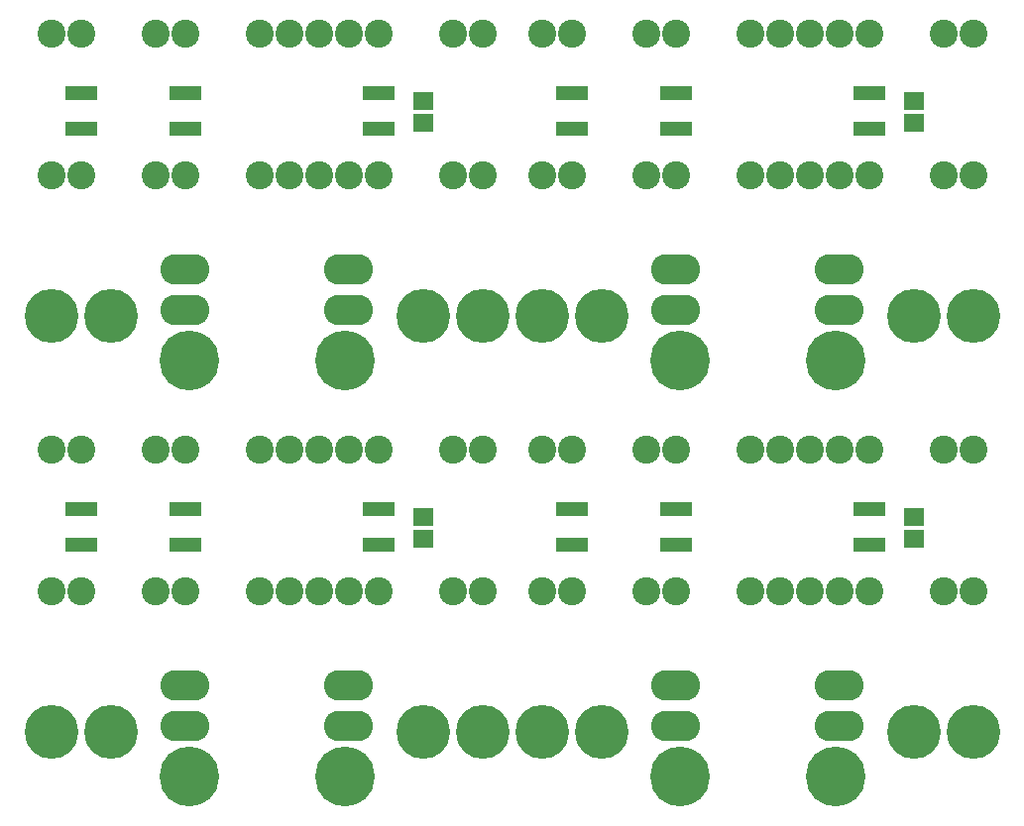
<source format=gbr>
%FSLAX34Y34*%
%MOMM*%
%LNSOLDERMASK_TOP*%
G71*
G01*
%ADD10C, 2.40*%
%ADD11R, 2.70X1.20*%
%ADD12C, 5.10*%
%ADD13C, 2.60*%
%ADD14C, 4.60*%
%ADD15R, 1.80X1.50*%
%LPD*%
X209550Y946150D02*
G54D10*
D03*
X234950Y946150D02*
G54D10*
D03*
X260350Y946150D02*
G54D10*
D03*
X285750Y946150D02*
G54D10*
D03*
X311150Y946150D02*
G54D10*
D03*
X31750Y946150D02*
G54D10*
D03*
X57150Y946150D02*
G54D10*
D03*
X120650Y946150D02*
G54D10*
D03*
X146050Y946150D02*
G54D10*
D03*
X374650Y946150D02*
G54D10*
D03*
X400050Y946150D02*
G54D10*
D03*
X209550Y825500D02*
G54D10*
D03*
X234950Y825500D02*
G54D10*
D03*
X260350Y825500D02*
G54D10*
D03*
X285750Y825500D02*
G54D10*
D03*
X311150Y825500D02*
G54D10*
D03*
X31750Y825500D02*
G54D10*
D03*
X57150Y825500D02*
G54D10*
D03*
X120650Y825500D02*
G54D10*
D03*
X146050Y825500D02*
G54D10*
D03*
X374650Y825500D02*
G54D10*
D03*
X400050Y825500D02*
G54D10*
D03*
X146050Y895350D02*
G54D11*
D03*
X146050Y864791D02*
G54D11*
D03*
X57150Y895350D02*
G54D11*
D03*
X57150Y864791D02*
G54D11*
D03*
X311150Y895350D02*
G54D11*
D03*
X311150Y864791D02*
G54D11*
D03*
X149225Y666750D02*
G54D12*
D03*
X282575Y666750D02*
G54D12*
D03*
X138112Y744538D02*
G54D13*
D03*
X139700Y744538D02*
G54D13*
D03*
X141288Y744538D02*
G54D13*
D03*
X142875Y744538D02*
G54D13*
D03*
X144462Y744538D02*
G54D13*
D03*
X146050Y744538D02*
G54D13*
D03*
X147638Y744538D02*
G54D13*
D03*
X149225Y744538D02*
G54D13*
D03*
X150812Y744538D02*
G54D13*
D03*
X152400Y744538D02*
G54D13*
D03*
X153988Y744538D02*
G54D13*
D03*
X138112Y709612D02*
G54D13*
D03*
X139700Y709612D02*
G54D13*
D03*
X141288Y709612D02*
G54D13*
D03*
X142875Y709612D02*
G54D13*
D03*
X144462Y709612D02*
G54D13*
D03*
X146050Y709612D02*
G54D13*
D03*
X147638Y709612D02*
G54D13*
D03*
X149225Y709612D02*
G54D13*
D03*
X150812Y709612D02*
G54D13*
D03*
X152400Y709612D02*
G54D13*
D03*
X153988Y709612D02*
G54D13*
D03*
X277812Y744538D02*
G54D13*
D03*
X279400Y744538D02*
G54D13*
D03*
X280988Y744538D02*
G54D13*
D03*
X282575Y744538D02*
G54D13*
D03*
X284162Y744538D02*
G54D13*
D03*
X285750Y744538D02*
G54D13*
D03*
X287338Y744538D02*
G54D13*
D03*
X288925Y744538D02*
G54D13*
D03*
X290512Y744538D02*
G54D13*
D03*
X292100Y744538D02*
G54D13*
D03*
X293688Y744538D02*
G54D13*
D03*
X279400Y709612D02*
G54D13*
D03*
X277812Y709612D02*
G54D13*
D03*
X280988Y709612D02*
G54D13*
D03*
X282575Y709612D02*
G54D13*
D03*
X284162Y709612D02*
G54D13*
D03*
X285750Y709612D02*
G54D13*
D03*
X287338Y709612D02*
G54D13*
D03*
X288925Y709612D02*
G54D13*
D03*
X290512Y709612D02*
G54D13*
D03*
X292100Y709612D02*
G54D13*
D03*
X293688Y709612D02*
G54D13*
D03*
X349250Y704850D02*
G54D14*
D03*
X400050Y704850D02*
G54D14*
D03*
X31750Y704850D02*
G54D14*
D03*
X82550Y704850D02*
G54D14*
D03*
X349250Y889000D02*
G54D15*
D03*
X349250Y870000D02*
G54D15*
D03*
G36*
X341250Y877950D02*
X357250Y877950D01*
X357250Y861950D01*
X341250Y861950D01*
X341250Y877950D01*
G37*
X628650Y946150D02*
G54D10*
D03*
X654050Y946150D02*
G54D10*
D03*
X679450Y946150D02*
G54D10*
D03*
X704850Y946150D02*
G54D10*
D03*
X730250Y946150D02*
G54D10*
D03*
X450850Y946150D02*
G54D10*
D03*
X476250Y946150D02*
G54D10*
D03*
X539750Y946150D02*
G54D10*
D03*
X565150Y946150D02*
G54D10*
D03*
X793750Y946150D02*
G54D10*
D03*
X819150Y946150D02*
G54D10*
D03*
X628650Y825500D02*
G54D10*
D03*
X654050Y825500D02*
G54D10*
D03*
X679450Y825500D02*
G54D10*
D03*
X704850Y825500D02*
G54D10*
D03*
X730250Y825500D02*
G54D10*
D03*
X450850Y825500D02*
G54D10*
D03*
X476250Y825500D02*
G54D10*
D03*
X539750Y825500D02*
G54D10*
D03*
X565150Y825500D02*
G54D10*
D03*
X793750Y825500D02*
G54D10*
D03*
X819150Y825500D02*
G54D10*
D03*
X565150Y895350D02*
G54D11*
D03*
X565150Y864791D02*
G54D11*
D03*
X476250Y895350D02*
G54D11*
D03*
X476250Y864791D02*
G54D11*
D03*
X730250Y895350D02*
G54D11*
D03*
X730250Y864791D02*
G54D11*
D03*
X568325Y666750D02*
G54D12*
D03*
X701675Y666750D02*
G54D12*
D03*
X557212Y744538D02*
G54D13*
D03*
X558800Y744538D02*
G54D13*
D03*
X560388Y744538D02*
G54D13*
D03*
X561975Y744538D02*
G54D13*
D03*
X563562Y744538D02*
G54D13*
D03*
X565150Y744538D02*
G54D13*
D03*
X566738Y744538D02*
G54D13*
D03*
X568325Y744538D02*
G54D13*
D03*
X569912Y744538D02*
G54D13*
D03*
X571500Y744538D02*
G54D13*
D03*
X573088Y744538D02*
G54D13*
D03*
X557212Y709612D02*
G54D13*
D03*
X558800Y709612D02*
G54D13*
D03*
X560388Y709612D02*
G54D13*
D03*
X561975Y709612D02*
G54D13*
D03*
X563562Y709612D02*
G54D13*
D03*
X565150Y709612D02*
G54D13*
D03*
X566738Y709612D02*
G54D13*
D03*
X568325Y709612D02*
G54D13*
D03*
X569912Y709612D02*
G54D13*
D03*
X571500Y709612D02*
G54D13*
D03*
X573088Y709612D02*
G54D13*
D03*
X696912Y744538D02*
G54D13*
D03*
X698500Y744538D02*
G54D13*
D03*
X700088Y744538D02*
G54D13*
D03*
X701675Y744538D02*
G54D13*
D03*
X703262Y744538D02*
G54D13*
D03*
X704850Y744538D02*
G54D13*
D03*
X706438Y744538D02*
G54D13*
D03*
X708025Y744538D02*
G54D13*
D03*
X709612Y744538D02*
G54D13*
D03*
X711200Y744538D02*
G54D13*
D03*
X712788Y744538D02*
G54D13*
D03*
X698500Y709612D02*
G54D13*
D03*
X696912Y709612D02*
G54D13*
D03*
X700088Y709612D02*
G54D13*
D03*
X701675Y709612D02*
G54D13*
D03*
X703262Y709612D02*
G54D13*
D03*
X704850Y709612D02*
G54D13*
D03*
X706438Y709612D02*
G54D13*
D03*
X708025Y709612D02*
G54D13*
D03*
X709612Y709612D02*
G54D13*
D03*
X711200Y709612D02*
G54D13*
D03*
X712788Y709612D02*
G54D13*
D03*
X768350Y704850D02*
G54D14*
D03*
X819150Y704850D02*
G54D14*
D03*
X450850Y704850D02*
G54D14*
D03*
X501650Y704850D02*
G54D14*
D03*
X768350Y889000D02*
G54D15*
D03*
X768350Y870000D02*
G54D15*
D03*
G36*
X760350Y877950D02*
X776350Y877950D01*
X776350Y861950D01*
X760350Y861950D01*
X760350Y877950D01*
G37*
X209550Y590550D02*
G54D10*
D03*
X234950Y590550D02*
G54D10*
D03*
X260350Y590550D02*
G54D10*
D03*
X285750Y590550D02*
G54D10*
D03*
X311150Y590550D02*
G54D10*
D03*
X31750Y590550D02*
G54D10*
D03*
X57150Y590550D02*
G54D10*
D03*
X120650Y590550D02*
G54D10*
D03*
X146050Y590550D02*
G54D10*
D03*
X374650Y590550D02*
G54D10*
D03*
X400050Y590550D02*
G54D10*
D03*
X209550Y469900D02*
G54D10*
D03*
X234950Y469900D02*
G54D10*
D03*
X260350Y469900D02*
G54D10*
D03*
X285750Y469900D02*
G54D10*
D03*
X311150Y469900D02*
G54D10*
D03*
X31750Y469900D02*
G54D10*
D03*
X57150Y469900D02*
G54D10*
D03*
X120650Y469900D02*
G54D10*
D03*
X146050Y469900D02*
G54D10*
D03*
X374650Y469900D02*
G54D10*
D03*
X400050Y469900D02*
G54D10*
D03*
X146050Y539750D02*
G54D11*
D03*
X146050Y509191D02*
G54D11*
D03*
X57150Y539750D02*
G54D11*
D03*
X57150Y509191D02*
G54D11*
D03*
X311150Y539750D02*
G54D11*
D03*
X311150Y509191D02*
G54D11*
D03*
X149225Y311150D02*
G54D12*
D03*
X282575Y311150D02*
G54D12*
D03*
X138112Y388938D02*
G54D13*
D03*
X139700Y388938D02*
G54D13*
D03*
X141288Y388938D02*
G54D13*
D03*
X142875Y388938D02*
G54D13*
D03*
X144462Y388938D02*
G54D13*
D03*
X146050Y388938D02*
G54D13*
D03*
X147638Y388938D02*
G54D13*
D03*
X149225Y388938D02*
G54D13*
D03*
X150812Y388938D02*
G54D13*
D03*
X152400Y388938D02*
G54D13*
D03*
X153988Y388938D02*
G54D13*
D03*
X138112Y354012D02*
G54D13*
D03*
X139700Y354012D02*
G54D13*
D03*
X141288Y354012D02*
G54D13*
D03*
X142875Y354012D02*
G54D13*
D03*
X144462Y354012D02*
G54D13*
D03*
X146050Y354012D02*
G54D13*
D03*
X147638Y354012D02*
G54D13*
D03*
X149225Y354012D02*
G54D13*
D03*
X150812Y354012D02*
G54D13*
D03*
X152400Y354012D02*
G54D13*
D03*
X153988Y354012D02*
G54D13*
D03*
X277812Y388938D02*
G54D13*
D03*
X279400Y388938D02*
G54D13*
D03*
X280988Y388938D02*
G54D13*
D03*
X282575Y388938D02*
G54D13*
D03*
X284162Y388938D02*
G54D13*
D03*
X285750Y388938D02*
G54D13*
D03*
X287338Y388938D02*
G54D13*
D03*
X288925Y388938D02*
G54D13*
D03*
X290512Y388938D02*
G54D13*
D03*
X292100Y388938D02*
G54D13*
D03*
X293688Y388938D02*
G54D13*
D03*
X279400Y354012D02*
G54D13*
D03*
X277812Y354012D02*
G54D13*
D03*
X280988Y354012D02*
G54D13*
D03*
X282575Y354012D02*
G54D13*
D03*
X284162Y354012D02*
G54D13*
D03*
X285750Y354012D02*
G54D13*
D03*
X287338Y354012D02*
G54D13*
D03*
X288925Y354012D02*
G54D13*
D03*
X290512Y354012D02*
G54D13*
D03*
X292100Y354012D02*
G54D13*
D03*
X293688Y354012D02*
G54D13*
D03*
X349250Y349250D02*
G54D14*
D03*
X400050Y349250D02*
G54D14*
D03*
X31750Y349250D02*
G54D14*
D03*
X82550Y349250D02*
G54D14*
D03*
X349250Y533400D02*
G54D15*
D03*
X349250Y514400D02*
G54D15*
D03*
G36*
X341250Y522350D02*
X357250Y522350D01*
X357250Y506350D01*
X341250Y506350D01*
X341250Y522350D01*
G37*
X628650Y590550D02*
G54D10*
D03*
X654050Y590550D02*
G54D10*
D03*
X679450Y590550D02*
G54D10*
D03*
X704850Y590550D02*
G54D10*
D03*
X730250Y590550D02*
G54D10*
D03*
X450850Y590550D02*
G54D10*
D03*
X476250Y590550D02*
G54D10*
D03*
X539750Y590550D02*
G54D10*
D03*
X565150Y590550D02*
G54D10*
D03*
X793750Y590550D02*
G54D10*
D03*
X819150Y590550D02*
G54D10*
D03*
X628650Y469900D02*
G54D10*
D03*
X654050Y469900D02*
G54D10*
D03*
X679450Y469900D02*
G54D10*
D03*
X704850Y469900D02*
G54D10*
D03*
X730250Y469900D02*
G54D10*
D03*
X450850Y469900D02*
G54D10*
D03*
X476250Y469900D02*
G54D10*
D03*
X539750Y469900D02*
G54D10*
D03*
X565150Y469900D02*
G54D10*
D03*
X793750Y469900D02*
G54D10*
D03*
X819150Y469900D02*
G54D10*
D03*
X565150Y539750D02*
G54D11*
D03*
X565150Y509191D02*
G54D11*
D03*
X476250Y539750D02*
G54D11*
D03*
X476250Y509191D02*
G54D11*
D03*
X730250Y539750D02*
G54D11*
D03*
X730250Y509191D02*
G54D11*
D03*
X568325Y311150D02*
G54D12*
D03*
X701675Y311150D02*
G54D12*
D03*
X557212Y388938D02*
G54D13*
D03*
X558800Y388938D02*
G54D13*
D03*
X560388Y388938D02*
G54D13*
D03*
X561975Y388938D02*
G54D13*
D03*
X563562Y388938D02*
G54D13*
D03*
X565150Y388938D02*
G54D13*
D03*
X566738Y388938D02*
G54D13*
D03*
X568325Y388938D02*
G54D13*
D03*
X569912Y388938D02*
G54D13*
D03*
X571500Y388938D02*
G54D13*
D03*
X573088Y388938D02*
G54D13*
D03*
X557212Y354012D02*
G54D13*
D03*
X558800Y354012D02*
G54D13*
D03*
X560388Y354012D02*
G54D13*
D03*
X561975Y354012D02*
G54D13*
D03*
X563562Y354012D02*
G54D13*
D03*
X565150Y354012D02*
G54D13*
D03*
X566738Y354012D02*
G54D13*
D03*
X568325Y354012D02*
G54D13*
D03*
X569912Y354012D02*
G54D13*
D03*
X571500Y354012D02*
G54D13*
D03*
X573088Y354012D02*
G54D13*
D03*
X696912Y388938D02*
G54D13*
D03*
X698500Y388938D02*
G54D13*
D03*
X700088Y388938D02*
G54D13*
D03*
X701675Y388938D02*
G54D13*
D03*
X703262Y388938D02*
G54D13*
D03*
X704850Y388938D02*
G54D13*
D03*
X706438Y388938D02*
G54D13*
D03*
X708025Y388938D02*
G54D13*
D03*
X709612Y388938D02*
G54D13*
D03*
X711200Y388938D02*
G54D13*
D03*
X712788Y388938D02*
G54D13*
D03*
X698500Y354012D02*
G54D13*
D03*
X696912Y354012D02*
G54D13*
D03*
X700088Y354012D02*
G54D13*
D03*
X701675Y354012D02*
G54D13*
D03*
X703262Y354012D02*
G54D13*
D03*
X704850Y354012D02*
G54D13*
D03*
X706438Y354012D02*
G54D13*
D03*
X708025Y354012D02*
G54D13*
D03*
X709612Y354012D02*
G54D13*
D03*
X711200Y354012D02*
G54D13*
D03*
X712788Y354012D02*
G54D13*
D03*
X768350Y349250D02*
G54D14*
D03*
X819150Y349250D02*
G54D14*
D03*
X450850Y349250D02*
G54D14*
D03*
X501650Y349250D02*
G54D14*
D03*
X768350Y533400D02*
G54D15*
D03*
X768350Y514400D02*
G54D15*
D03*
G36*
X760350Y522350D02*
X776350Y522350D01*
X776350Y506350D01*
X760350Y506350D01*
X760350Y522350D01*
G37*
M02*

</source>
